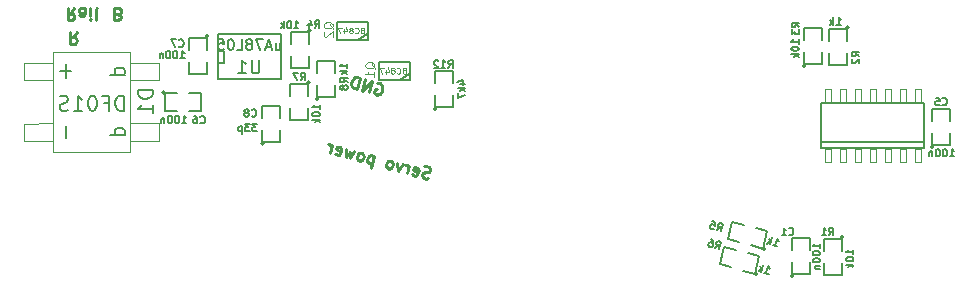
<source format=gbr>
%FSLAX46Y46*%
G04 Gerber Fmt 4.6, Leading zero omitted, Abs format (unit mm)*
G04 Created by KiCad (PCBNEW (2014-jul-16 BZR unknown)-product) date Thu 04 Sep 2014 10:50:04 PM CEST*
%MOMM*%
G01*
G04 APERTURE LIST*
%ADD10C,0.150000*%
%ADD11C,0.250000*%
%ADD12C,0.099060*%
%ADD13C,0.127000*%
%ADD14C,0.066040*%
%ADD15C,0.152400*%
%ADD16C,0.076200*%
G04 APERTURE END LIST*
D10*
D11*
X108911429Y-100901429D02*
X109054286Y-100853810D01*
X109101905Y-100806190D01*
X109149524Y-100710952D01*
X109149524Y-100568095D01*
X109101905Y-100472857D01*
X109054286Y-100425238D01*
X108959048Y-100377619D01*
X108578095Y-100377619D01*
X108578095Y-101377619D01*
X108911429Y-101377619D01*
X109006667Y-101330000D01*
X109054286Y-101282381D01*
X109101905Y-101187143D01*
X109101905Y-101091905D01*
X109054286Y-100996667D01*
X109006667Y-100949048D01*
X108911429Y-100901429D01*
X108578095Y-100901429D01*
X105399524Y-102377619D02*
X105066190Y-102853810D01*
X104828095Y-102377619D02*
X104828095Y-103377619D01*
X105209048Y-103377619D01*
X105304286Y-103330000D01*
X105351905Y-103282381D01*
X105399524Y-103187143D01*
X105399524Y-103044286D01*
X105351905Y-102949048D01*
X105304286Y-102901429D01*
X105209048Y-102853810D01*
X104828095Y-102853810D01*
X130815352Y-106714232D02*
X130919670Y-106692885D01*
X131057659Y-106729859D01*
X131183325Y-106812830D01*
X131250668Y-106929472D01*
X131272015Y-107033790D01*
X131268713Y-107230100D01*
X131231738Y-107368091D01*
X131136443Y-107539752D01*
X131065797Y-107619420D01*
X130949155Y-107686763D01*
X130798840Y-107695785D01*
X130706847Y-107671136D01*
X130581183Y-107588165D01*
X130547511Y-107529844D01*
X130633784Y-107207869D01*
X130817770Y-107257168D01*
X130108894Y-107510915D02*
X130367713Y-106544989D01*
X129556936Y-107363018D01*
X129815755Y-106397092D01*
X129096971Y-107239771D02*
X129355791Y-106273845D01*
X129125808Y-106212222D01*
X128975493Y-106221244D01*
X128858851Y-106288587D01*
X128788205Y-106368255D01*
X128692910Y-106539916D01*
X128655936Y-106677906D01*
X128652633Y-106874217D01*
X128673980Y-106978534D01*
X128741324Y-107095177D01*
X128866989Y-107178147D01*
X129096971Y-107239771D01*
X135139914Y-114791007D02*
X134989600Y-114800029D01*
X134759617Y-114738405D01*
X134679949Y-114667759D01*
X134646277Y-114609438D01*
X134624930Y-114505121D01*
X134649580Y-114413128D01*
X134720226Y-114333460D01*
X134778547Y-114299788D01*
X134882864Y-114278440D01*
X135079176Y-114281743D01*
X135183493Y-114260396D01*
X135241815Y-114226724D01*
X135312460Y-114147056D01*
X135337110Y-114055063D01*
X135315763Y-113950745D01*
X135282091Y-113892424D01*
X135202423Y-113821778D01*
X134972440Y-113760155D01*
X134822126Y-113769177D01*
X133806016Y-114433590D02*
X133885684Y-114504236D01*
X134069671Y-114553535D01*
X134173988Y-114532188D01*
X134244634Y-114452519D01*
X134343232Y-114084547D01*
X134321885Y-113980230D01*
X134242217Y-113909584D01*
X134058230Y-113860285D01*
X133953913Y-113881632D01*
X133883267Y-113961300D01*
X133858617Y-114053294D01*
X134293933Y-114268534D01*
X133333727Y-114356339D02*
X133506273Y-113712388D01*
X133456974Y-113896374D02*
X133435627Y-113792056D01*
X133401956Y-113733735D01*
X133322288Y-113663089D01*
X133230294Y-113638440D01*
X133000312Y-113576816D02*
X132597783Y-114159144D01*
X132540346Y-113453569D01*
X131861840Y-113961948D02*
X131966157Y-113940601D01*
X132024478Y-113906929D01*
X132095124Y-113827261D01*
X132169073Y-113551282D01*
X132147726Y-113446964D01*
X132114054Y-113388643D01*
X132034386Y-113317997D01*
X131896396Y-113281023D01*
X131792078Y-113302370D01*
X131733757Y-113336042D01*
X131663111Y-113415710D01*
X131589163Y-113691689D01*
X131610510Y-113796007D01*
X131644181Y-113854328D01*
X131723849Y-113924974D01*
X131861840Y-113961948D01*
X130562498Y-112923606D02*
X130303679Y-113889532D01*
X130550174Y-112969603D02*
X130470506Y-112898957D01*
X130286519Y-112849658D01*
X130182201Y-112871005D01*
X130123880Y-112904676D01*
X130053234Y-112984344D01*
X129979286Y-113260324D01*
X130000633Y-113364642D01*
X130034305Y-113422963D01*
X130113973Y-113493608D01*
X130297959Y-113542908D01*
X130402277Y-113521561D01*
X129378030Y-113296413D02*
X129482348Y-113275066D01*
X129540669Y-113241394D01*
X129611315Y-113161726D01*
X129685263Y-112885747D01*
X129663916Y-112781429D01*
X129630244Y-112723108D01*
X129550576Y-112652462D01*
X129412586Y-112615488D01*
X129308268Y-112636835D01*
X129249947Y-112670507D01*
X129179301Y-112750175D01*
X129105353Y-113026154D01*
X129126700Y-113130472D01*
X129160372Y-113188793D01*
X129240040Y-113259439D01*
X129378030Y-113296413D01*
X128906625Y-112479916D02*
X128550093Y-113074568D01*
X128489354Y-112565304D01*
X128182121Y-112975970D01*
X128170682Y-112282721D01*
X127274516Y-112683480D02*
X127354185Y-112754125D01*
X127538171Y-112803425D01*
X127642489Y-112782078D01*
X127713135Y-112702409D01*
X127811732Y-112334437D01*
X127790385Y-112230119D01*
X127710717Y-112159474D01*
X127526731Y-112110175D01*
X127422413Y-112131522D01*
X127351767Y-112211190D01*
X127327118Y-112303184D01*
X127762433Y-112518424D01*
X126802227Y-112606229D02*
X126974774Y-111962278D01*
X126925475Y-112146264D02*
X126904128Y-112041946D01*
X126870456Y-111983625D01*
X126790788Y-111912979D01*
X126698794Y-111888330D01*
X105197143Y-100377619D02*
X104863809Y-100853810D01*
X104625714Y-100377619D02*
X104625714Y-101377619D01*
X105006667Y-101377619D01*
X105101905Y-101330000D01*
X105149524Y-101282381D01*
X105197143Y-101187143D01*
X105197143Y-101044286D01*
X105149524Y-100949048D01*
X105101905Y-100901429D01*
X105006667Y-100853810D01*
X104625714Y-100853810D01*
X106054286Y-100377619D02*
X106054286Y-100901429D01*
X106006667Y-100996667D01*
X105911429Y-101044286D01*
X105720952Y-101044286D01*
X105625714Y-100996667D01*
X106054286Y-100425238D02*
X105959048Y-100377619D01*
X105720952Y-100377619D01*
X105625714Y-100425238D01*
X105578095Y-100520476D01*
X105578095Y-100615714D01*
X105625714Y-100710952D01*
X105720952Y-100758571D01*
X105959048Y-100758571D01*
X106054286Y-100806190D01*
X106530476Y-100377619D02*
X106530476Y-101044286D01*
X106530476Y-101377619D02*
X106482857Y-101330000D01*
X106530476Y-101282381D01*
X106578095Y-101330000D01*
X106530476Y-101377619D01*
X106530476Y-101282381D01*
X107149523Y-100377619D02*
X107054285Y-100425238D01*
X107006666Y-100520476D01*
X107006666Y-101377619D01*
D12*
X109871200Y-106501680D02*
X112319760Y-106501680D01*
X112319760Y-106450880D02*
X112319760Y-105000540D01*
X112319760Y-105000540D02*
X109871200Y-105000540D01*
X109871200Y-111599460D02*
X112319760Y-111599460D01*
X112319760Y-111599460D02*
X112319760Y-110100860D01*
X112319760Y-110100860D02*
X109871200Y-110100860D01*
X103320540Y-110100860D02*
X100920240Y-110149120D01*
X100920240Y-110149120D02*
X100920240Y-111599460D01*
X100920240Y-111599460D02*
X103320540Y-111599460D01*
X103368800Y-106499140D02*
X100920240Y-106499140D01*
X100920240Y-106499140D02*
X100920240Y-105000540D01*
X100920240Y-105000540D02*
X103320540Y-105000540D01*
X109871200Y-104050580D02*
X109871200Y-112549420D01*
X109871200Y-112549420D02*
X103368800Y-112549420D01*
X103368800Y-112549420D02*
X103368800Y-104050580D01*
X103368800Y-104050580D02*
X109871200Y-104050580D01*
D13*
X132758000Y-106452000D02*
X133520000Y-105944000D01*
X130980000Y-106452000D02*
X133583500Y-106452000D01*
X133583500Y-106452000D02*
X133583500Y-104928000D01*
X133583500Y-104928000D02*
X130980000Y-104928000D01*
X130980000Y-104928000D02*
X130980000Y-106452000D01*
X129218000Y-103052000D02*
X129980000Y-102544000D01*
X127440000Y-103052000D02*
X130043500Y-103052000D01*
X130043500Y-103052000D02*
X130043500Y-101528000D01*
X130043500Y-101528000D02*
X127440000Y-101528000D01*
X127440000Y-101528000D02*
X127440000Y-103052000D01*
X117323000Y-102722000D02*
X117323000Y-102595000D01*
X117323000Y-102595000D02*
X122657000Y-102595000D01*
X122657000Y-106405000D02*
X117323000Y-106405000D01*
X117323000Y-106405000D02*
X117323000Y-102722000D01*
X117323000Y-105008000D02*
X117831000Y-105008000D01*
X117831000Y-105008000D02*
X117831000Y-103992000D01*
X117831000Y-103992000D02*
X117323000Y-103992000D01*
X122657000Y-106405000D02*
X122657000Y-102595000D01*
X125885000Y-108051000D02*
G75*
G03X125885000Y-108051000I-127000J0D01*
G74*
G01*
X125758000Y-106908000D02*
X125758000Y-107924000D01*
X125758000Y-107924000D02*
X127282000Y-107924000D01*
X127282000Y-107924000D02*
X127282000Y-106908000D01*
X127282000Y-105892000D02*
X127282000Y-104876000D01*
X127282000Y-104876000D02*
X125758000Y-104876000D01*
X125758000Y-104876000D02*
X125758000Y-105892000D01*
X125119000Y-106659000D02*
G75*
G03X125119000Y-106659000I-127000J0D01*
G74*
G01*
X124992000Y-107802000D02*
X124992000Y-106786000D01*
X124992000Y-106786000D02*
X123468000Y-106786000D01*
X123468000Y-106786000D02*
X123468000Y-107802000D01*
X123468000Y-108818000D02*
X123468000Y-109834000D01*
X123468000Y-109834000D02*
X124992000Y-109834000D01*
X124992000Y-109834000D02*
X124992000Y-108818000D01*
X135835000Y-108901000D02*
G75*
G03X135835000Y-108901000I-127000J0D01*
G74*
G01*
X135708000Y-107758000D02*
X135708000Y-108774000D01*
X135708000Y-108774000D02*
X137232000Y-108774000D01*
X137232000Y-108774000D02*
X137232000Y-107758000D01*
X137232000Y-106742000D02*
X137232000Y-105726000D01*
X137232000Y-105726000D02*
X135708000Y-105726000D01*
X135708000Y-105726000D02*
X135708000Y-106742000D01*
X163034523Y-122893346D02*
G75*
G03X163034523Y-122893346I-127000J0D01*
G74*
G01*
X161803470Y-122597516D02*
X162784851Y-122860476D01*
X162784851Y-122860476D02*
X163179291Y-121388405D01*
X163179291Y-121388405D02*
X162197910Y-121125445D01*
X161216530Y-120862484D02*
X160235149Y-120599524D01*
X160235149Y-120599524D02*
X159840709Y-122071595D01*
X159840709Y-122071595D02*
X160822090Y-122334555D01*
X163714523Y-120763346D02*
G75*
G03X163714523Y-120763346I-127000J0D01*
G74*
G01*
X162483470Y-120467516D02*
X163464851Y-120730476D01*
X163464851Y-120730476D02*
X163859291Y-119258405D01*
X163859291Y-119258405D02*
X162877910Y-118995445D01*
X161896530Y-118732484D02*
X160915149Y-118469524D01*
X160915149Y-118469524D02*
X160520709Y-119941595D01*
X160520709Y-119941595D02*
X161502090Y-120204555D01*
X167115000Y-105271000D02*
G75*
G03X167115000Y-105271000I-127000J0D01*
G74*
G01*
X166988000Y-104128000D02*
X166988000Y-105144000D01*
X166988000Y-105144000D02*
X168512000Y-105144000D01*
X168512000Y-105144000D02*
X168512000Y-104128000D01*
X168512000Y-103112000D02*
X168512000Y-102096000D01*
X168512000Y-102096000D02*
X166988000Y-102096000D01*
X166988000Y-102096000D02*
X166988000Y-103112000D01*
X170779000Y-101989000D02*
G75*
G03X170779000Y-101989000I-127000J0D01*
G74*
G01*
X170652000Y-103132000D02*
X170652000Y-102116000D01*
X170652000Y-102116000D02*
X169128000Y-102116000D01*
X169128000Y-102116000D02*
X169128000Y-103132000D01*
X169128000Y-104148000D02*
X169128000Y-105164000D01*
X169128000Y-105164000D02*
X170652000Y-105164000D01*
X170652000Y-105164000D02*
X170652000Y-104148000D01*
X116579000Y-102749000D02*
G75*
G03X116579000Y-102749000I-127000J0D01*
G74*
G01*
X116452000Y-103892000D02*
X116452000Y-102876000D01*
X116452000Y-102876000D02*
X114928000Y-102876000D01*
X114928000Y-102876000D02*
X114928000Y-103892000D01*
X114928000Y-104908000D02*
X114928000Y-105924000D01*
X114928000Y-105924000D02*
X116452000Y-105924000D01*
X116452000Y-105924000D02*
X116452000Y-104908000D01*
X112866000Y-107538000D02*
G75*
G03X112866000Y-107538000I-127000J0D01*
G74*
G01*
X113882000Y-107538000D02*
X112866000Y-107538000D01*
X112866000Y-107538000D02*
X112866000Y-109062000D01*
X112866000Y-109062000D02*
X113882000Y-109062000D01*
X114898000Y-109062000D02*
X115914000Y-109062000D01*
X115914000Y-109062000D02*
X115914000Y-107538000D01*
X115914000Y-107538000D02*
X114898000Y-107538000D01*
X177935000Y-112101000D02*
G75*
G03X177935000Y-112101000I-127000J0D01*
G74*
G01*
X177808000Y-110958000D02*
X177808000Y-111974000D01*
X177808000Y-111974000D02*
X179332000Y-111974000D01*
X179332000Y-111974000D02*
X179332000Y-110958000D01*
X179332000Y-109942000D02*
X179332000Y-108926000D01*
X179332000Y-108926000D02*
X177808000Y-108926000D01*
X177808000Y-108926000D02*
X177808000Y-109942000D01*
X166055000Y-123051000D02*
G75*
G03X166055000Y-123051000I-127000J0D01*
G74*
G01*
X165928000Y-121908000D02*
X165928000Y-122924000D01*
X165928000Y-122924000D02*
X167452000Y-122924000D01*
X167452000Y-122924000D02*
X167452000Y-121908000D01*
X167452000Y-120892000D02*
X167452000Y-119876000D01*
X167452000Y-119876000D02*
X165928000Y-119876000D01*
X165928000Y-119876000D02*
X165928000Y-120892000D01*
X170299000Y-119769000D02*
G75*
G03X170299000Y-119769000I-127000J0D01*
G74*
G01*
X170172000Y-120912000D02*
X170172000Y-119896000D01*
X170172000Y-119896000D02*
X168648000Y-119896000D01*
X168648000Y-119896000D02*
X168648000Y-120912000D01*
X168648000Y-121928000D02*
X168648000Y-122944000D01*
X168648000Y-122944000D02*
X170172000Y-122944000D01*
X170172000Y-122944000D02*
X170172000Y-121928000D01*
X125199000Y-102259000D02*
G75*
G03X125199000Y-102259000I-127000J0D01*
G74*
G01*
X125072000Y-103402000D02*
X125072000Y-102386000D01*
X125072000Y-102386000D02*
X123548000Y-102386000D01*
X123548000Y-102386000D02*
X123548000Y-103402000D01*
X123548000Y-104418000D02*
X123548000Y-105434000D01*
X123548000Y-105434000D02*
X125072000Y-105434000D01*
X125072000Y-105434000D02*
X125072000Y-104418000D01*
X121235000Y-111861000D02*
G75*
G03X121235000Y-111861000I-127000J0D01*
G74*
G01*
X121108000Y-110718000D02*
X121108000Y-111734000D01*
X121108000Y-111734000D02*
X122632000Y-111734000D01*
X122632000Y-111734000D02*
X122632000Y-110718000D01*
X122632000Y-109702000D02*
X122632000Y-108686000D01*
X122632000Y-108686000D02*
X121108000Y-108686000D01*
X121108000Y-108686000D02*
X121108000Y-109702000D01*
D14*
X176858840Y-113438800D02*
X176368620Y-113438800D01*
X176368620Y-113438800D02*
X176368620Y-112338980D01*
X176858840Y-112338980D02*
X176368620Y-112338980D01*
X176858840Y-113438800D02*
X176858840Y-112338980D01*
X175588840Y-113438800D02*
X175098620Y-113438800D01*
X175098620Y-113438800D02*
X175098620Y-112338980D01*
X175588840Y-112338980D02*
X175098620Y-112338980D01*
X175588840Y-113438800D02*
X175588840Y-112338980D01*
X174318840Y-113438800D02*
X173828620Y-113438800D01*
X173828620Y-113438800D02*
X173828620Y-112338980D01*
X174318840Y-112338980D02*
X173828620Y-112338980D01*
X174318840Y-113438800D02*
X174318840Y-112338980D01*
X173048840Y-113438800D02*
X172558620Y-113438800D01*
X172558620Y-113438800D02*
X172558620Y-112338980D01*
X173048840Y-112338980D02*
X172558620Y-112338980D01*
X173048840Y-113438800D02*
X173048840Y-112338980D01*
X170511380Y-108341020D02*
X170021160Y-108341020D01*
X170021160Y-108341020D02*
X170021160Y-107241200D01*
X170511380Y-107241200D02*
X170021160Y-107241200D01*
X170511380Y-108341020D02*
X170511380Y-107241200D01*
X171781380Y-108341020D02*
X171291160Y-108341020D01*
X171291160Y-108341020D02*
X171291160Y-107241200D01*
X171781380Y-107241200D02*
X171291160Y-107241200D01*
X171781380Y-108341020D02*
X171781380Y-107241200D01*
X173048840Y-108341020D02*
X172558620Y-108341020D01*
X172558620Y-108341020D02*
X172558620Y-107241200D01*
X173048840Y-107241200D02*
X172558620Y-107241200D01*
X173048840Y-108341020D02*
X173048840Y-107241200D01*
X174318840Y-108341020D02*
X173828620Y-108341020D01*
X173828620Y-108341020D02*
X173828620Y-107241200D01*
X174318840Y-107241200D02*
X173828620Y-107241200D01*
X174318840Y-108341020D02*
X174318840Y-107241200D01*
X171781380Y-113438800D02*
X171291160Y-113438800D01*
X171291160Y-113438800D02*
X171291160Y-112338980D01*
X171781380Y-112338980D02*
X171291160Y-112338980D01*
X171781380Y-113438800D02*
X171781380Y-112338980D01*
X170511380Y-113438800D02*
X170021160Y-113438800D01*
X170021160Y-113438800D02*
X170021160Y-112338980D01*
X170511380Y-112338980D02*
X170021160Y-112338980D01*
X170511380Y-113438800D02*
X170511380Y-112338980D01*
X169241380Y-113438800D02*
X168751160Y-113438800D01*
X168751160Y-113438800D02*
X168751160Y-112338980D01*
X169241380Y-112338980D02*
X168751160Y-112338980D01*
X169241380Y-113438800D02*
X169241380Y-112338980D01*
X169241380Y-108341020D02*
X168751160Y-108341020D01*
X168751160Y-108341020D02*
X168751160Y-107241200D01*
X169241380Y-107241200D02*
X168751160Y-107241200D01*
X169241380Y-108341020D02*
X169241380Y-107241200D01*
X175588840Y-108341020D02*
X175098620Y-108341020D01*
X175098620Y-108341020D02*
X175098620Y-107241200D01*
X175588840Y-107241200D02*
X175098620Y-107241200D01*
X175588840Y-108341020D02*
X175588840Y-107241200D01*
X176858840Y-108341020D02*
X176368620Y-108341020D01*
X176368620Y-108341020D02*
X176368620Y-107241200D01*
X176858840Y-107241200D02*
X176368620Y-107241200D01*
X176858840Y-108341020D02*
X176858840Y-107241200D01*
D15*
X168432240Y-112239920D02*
X177107760Y-112239920D01*
X177107760Y-112239920D02*
X177107760Y-111739540D01*
X177107760Y-111739540D02*
X177107760Y-108440080D01*
X177107760Y-108440080D02*
X168432240Y-108440080D01*
X168432240Y-111739540D02*
X177107760Y-111739540D01*
X168432240Y-108440080D02*
X168432240Y-111739540D01*
X168432240Y-111739540D02*
X168432240Y-112239920D01*
X111834524Y-107332619D02*
X110564524Y-107332619D01*
X110564524Y-107635000D01*
X110625000Y-107816428D01*
X110745952Y-107937381D01*
X110866905Y-107997857D01*
X111108810Y-108058333D01*
X111290238Y-108058333D01*
X111532143Y-107997857D01*
X111653095Y-107937381D01*
X111774048Y-107816428D01*
X111834524Y-107635000D01*
X111834524Y-107332619D01*
X111834524Y-109267857D02*
X111834524Y-108542143D01*
X111834524Y-108905000D02*
X110564524Y-108905000D01*
X110745952Y-108784048D01*
X110866905Y-108663095D01*
X110927381Y-108542143D01*
X109381190Y-109064524D02*
X109381190Y-107794524D01*
X109078809Y-107794524D01*
X108897381Y-107855000D01*
X108776428Y-107975952D01*
X108715952Y-108096905D01*
X108655476Y-108338810D01*
X108655476Y-108520238D01*
X108715952Y-108762143D01*
X108776428Y-108883095D01*
X108897381Y-109004048D01*
X109078809Y-109064524D01*
X109381190Y-109064524D01*
X107687857Y-108399286D02*
X108111190Y-108399286D01*
X108111190Y-109064524D02*
X108111190Y-107794524D01*
X107506428Y-107794524D01*
X106780714Y-107794524D02*
X106659762Y-107794524D01*
X106538810Y-107855000D01*
X106478333Y-107915476D01*
X106417857Y-108036429D01*
X106357381Y-108278333D01*
X106357381Y-108580714D01*
X106417857Y-108822619D01*
X106478333Y-108943571D01*
X106538810Y-109004048D01*
X106659762Y-109064524D01*
X106780714Y-109064524D01*
X106901667Y-109004048D01*
X106962143Y-108943571D01*
X107022619Y-108822619D01*
X107083095Y-108580714D01*
X107083095Y-108278333D01*
X107022619Y-108036429D01*
X106962143Y-107915476D01*
X106901667Y-107855000D01*
X106780714Y-107794524D01*
X105147857Y-109064524D02*
X105873571Y-109064524D01*
X105510714Y-109064524D02*
X105510714Y-107794524D01*
X105631666Y-107975952D01*
X105752619Y-108096905D01*
X105873571Y-108157381D01*
X104664047Y-109004048D02*
X104482619Y-109064524D01*
X104180238Y-109064524D01*
X104059285Y-109004048D01*
X103998809Y-108943571D01*
X103938333Y-108822619D01*
X103938333Y-108701667D01*
X103998809Y-108580714D01*
X104059285Y-108520238D01*
X104180238Y-108459762D01*
X104422142Y-108399286D01*
X104543095Y-108338810D01*
X104603571Y-108278333D01*
X104664047Y-108157381D01*
X104664047Y-108036429D01*
X104603571Y-107915476D01*
X104543095Y-107855000D01*
X104422142Y-107794524D01*
X104119762Y-107794524D01*
X103938333Y-107855000D01*
X109444964Y-111122303D02*
X108174964Y-111122303D01*
X109384488Y-111122303D02*
X109444964Y-111001350D01*
X109444964Y-110759446D01*
X109384488Y-110638493D01*
X109324011Y-110578017D01*
X109203059Y-110517541D01*
X108840202Y-110517541D01*
X108719250Y-110578017D01*
X108658773Y-110638493D01*
X108598297Y-110759446D01*
X108598297Y-111001350D01*
X108658773Y-111122303D01*
X109444964Y-106021983D02*
X108174964Y-106021983D01*
X109384488Y-106021983D02*
X109444964Y-105901030D01*
X109444964Y-105659126D01*
X109384488Y-105538173D01*
X109324011Y-105477697D01*
X109203059Y-105417221D01*
X108840202Y-105417221D01*
X108719250Y-105477697D01*
X108658773Y-105538173D01*
X108598297Y-105659126D01*
X108598297Y-105901030D01*
X108658773Y-106021983D01*
X104460714Y-105119429D02*
X104460714Y-106280572D01*
X104944524Y-105700001D02*
X103976905Y-105700001D01*
X104460714Y-110366191D02*
X104460714Y-111333810D01*
D16*
X130668306Y-105518369D02*
X130632020Y-105445797D01*
X130559449Y-105373226D01*
X130450591Y-105264369D01*
X130414306Y-105191797D01*
X130414306Y-105119226D01*
X130595734Y-105155511D02*
X130559449Y-105082940D01*
X130486877Y-105010369D01*
X130341734Y-104974083D01*
X130087734Y-104974083D01*
X129942591Y-105010369D01*
X129870020Y-105082940D01*
X129833734Y-105155511D01*
X129833734Y-105300654D01*
X129870020Y-105373226D01*
X129942591Y-105445797D01*
X130087734Y-105482083D01*
X130341734Y-105482083D01*
X130486877Y-105445797D01*
X130559449Y-105373226D01*
X130595734Y-105300654D01*
X130595734Y-105155511D01*
X130595734Y-106207797D02*
X130595734Y-105772369D01*
X130595734Y-105990083D02*
X129833734Y-105990083D01*
X129942591Y-105917512D01*
X130015163Y-105844940D01*
X130051449Y-105772369D01*
X133115777Y-105654259D02*
X133044294Y-105678086D01*
X133020466Y-105701914D01*
X132996638Y-105749569D01*
X132996638Y-105821052D01*
X133020466Y-105868707D01*
X133044294Y-105892535D01*
X133091949Y-105916362D01*
X133282570Y-105916362D01*
X133282570Y-105415982D01*
X133115777Y-105415982D01*
X133068121Y-105439810D01*
X133044294Y-105463638D01*
X133020466Y-105511293D01*
X133020466Y-105558948D01*
X133044294Y-105606603D01*
X133068121Y-105630431D01*
X133115777Y-105654259D01*
X133282570Y-105654259D01*
X132496258Y-105868707D02*
X132520086Y-105892535D01*
X132591569Y-105916362D01*
X132639224Y-105916362D01*
X132710707Y-105892535D01*
X132758362Y-105844880D01*
X132782190Y-105797224D01*
X132806018Y-105701914D01*
X132806018Y-105630431D01*
X132782190Y-105535120D01*
X132758362Y-105487465D01*
X132710707Y-105439810D01*
X132639224Y-105415982D01*
X132591569Y-105415982D01*
X132520086Y-105439810D01*
X132496258Y-105463638D01*
X132210327Y-105630431D02*
X132257982Y-105606603D01*
X132281810Y-105582776D01*
X132305638Y-105535120D01*
X132305638Y-105511293D01*
X132281810Y-105463638D01*
X132257982Y-105439810D01*
X132210327Y-105415982D01*
X132115017Y-105415982D01*
X132067361Y-105439810D01*
X132043534Y-105463638D01*
X132019706Y-105511293D01*
X132019706Y-105535120D01*
X132043534Y-105582776D01*
X132067361Y-105606603D01*
X132115017Y-105630431D01*
X132210327Y-105630431D01*
X132257982Y-105654259D01*
X132281810Y-105678086D01*
X132305638Y-105725741D01*
X132305638Y-105821052D01*
X132281810Y-105868707D01*
X132257982Y-105892535D01*
X132210327Y-105916362D01*
X132115017Y-105916362D01*
X132067361Y-105892535D01*
X132043534Y-105868707D01*
X132019706Y-105821052D01*
X132019706Y-105725741D01*
X132043534Y-105678086D01*
X132067361Y-105654259D01*
X132115017Y-105630431D01*
X131590809Y-105582776D02*
X131590809Y-105916362D01*
X131709947Y-105392155D02*
X131829086Y-105749569D01*
X131519326Y-105749569D01*
X131376361Y-105415982D02*
X131042774Y-105415982D01*
X131257223Y-105916362D01*
X127128306Y-102118369D02*
X127092020Y-102045797D01*
X127019449Y-101973226D01*
X126910591Y-101864369D01*
X126874306Y-101791797D01*
X126874306Y-101719226D01*
X127055734Y-101755511D02*
X127019449Y-101682940D01*
X126946877Y-101610369D01*
X126801734Y-101574083D01*
X126547734Y-101574083D01*
X126402591Y-101610369D01*
X126330020Y-101682940D01*
X126293734Y-101755511D01*
X126293734Y-101900654D01*
X126330020Y-101973226D01*
X126402591Y-102045797D01*
X126547734Y-102082083D01*
X126801734Y-102082083D01*
X126946877Y-102045797D01*
X127019449Y-101973226D01*
X127055734Y-101900654D01*
X127055734Y-101755511D01*
X126366306Y-102372369D02*
X126330020Y-102408655D01*
X126293734Y-102481226D01*
X126293734Y-102662655D01*
X126330020Y-102735226D01*
X126366306Y-102771512D01*
X126438877Y-102807797D01*
X126511449Y-102807797D01*
X126620306Y-102771512D01*
X127055734Y-102336083D01*
X127055734Y-102807797D01*
X129575777Y-102254259D02*
X129504294Y-102278086D01*
X129480466Y-102301914D01*
X129456638Y-102349569D01*
X129456638Y-102421052D01*
X129480466Y-102468707D01*
X129504294Y-102492535D01*
X129551949Y-102516362D01*
X129742570Y-102516362D01*
X129742570Y-102015982D01*
X129575777Y-102015982D01*
X129528121Y-102039810D01*
X129504294Y-102063638D01*
X129480466Y-102111293D01*
X129480466Y-102158948D01*
X129504294Y-102206603D01*
X129528121Y-102230431D01*
X129575777Y-102254259D01*
X129742570Y-102254259D01*
X128956258Y-102468707D02*
X128980086Y-102492535D01*
X129051569Y-102516362D01*
X129099224Y-102516362D01*
X129170707Y-102492535D01*
X129218362Y-102444880D01*
X129242190Y-102397224D01*
X129266018Y-102301914D01*
X129266018Y-102230431D01*
X129242190Y-102135120D01*
X129218362Y-102087465D01*
X129170707Y-102039810D01*
X129099224Y-102015982D01*
X129051569Y-102015982D01*
X128980086Y-102039810D01*
X128956258Y-102063638D01*
X128670327Y-102230431D02*
X128717982Y-102206603D01*
X128741810Y-102182776D01*
X128765638Y-102135120D01*
X128765638Y-102111293D01*
X128741810Y-102063638D01*
X128717982Y-102039810D01*
X128670327Y-102015982D01*
X128575017Y-102015982D01*
X128527361Y-102039810D01*
X128503534Y-102063638D01*
X128479706Y-102111293D01*
X128479706Y-102135120D01*
X128503534Y-102182776D01*
X128527361Y-102206603D01*
X128575017Y-102230431D01*
X128670327Y-102230431D01*
X128717982Y-102254259D01*
X128741810Y-102278086D01*
X128765638Y-102325741D01*
X128765638Y-102421052D01*
X128741810Y-102468707D01*
X128717982Y-102492535D01*
X128670327Y-102516362D01*
X128575017Y-102516362D01*
X128527361Y-102492535D01*
X128503534Y-102468707D01*
X128479706Y-102421052D01*
X128479706Y-102325741D01*
X128503534Y-102278086D01*
X128527361Y-102254259D01*
X128575017Y-102230431D01*
X128050809Y-102182776D02*
X128050809Y-102516362D01*
X128169947Y-101992155D02*
X128289086Y-102349569D01*
X127979326Y-102349569D01*
X127836361Y-102015982D02*
X127502774Y-102015982D01*
X127717223Y-102516362D01*
D15*
X120860857Y-104763071D02*
X120860857Y-105688357D01*
X120806429Y-105797214D01*
X120752000Y-105851643D01*
X120643143Y-105906071D01*
X120425429Y-105906071D01*
X120316571Y-105851643D01*
X120262143Y-105797214D01*
X120207714Y-105688357D01*
X120207714Y-104763071D01*
X119064714Y-105906071D02*
X119717857Y-105906071D01*
X119391285Y-105906071D02*
X119391285Y-104763071D01*
X119500142Y-104926357D01*
X119609000Y-105035214D01*
X119717857Y-105089643D01*
X122233667Y-103293500D02*
X122233667Y-103886167D01*
X122614667Y-103293500D02*
X122614667Y-103759167D01*
X122572334Y-103843833D01*
X122487667Y-103886167D01*
X122360667Y-103886167D01*
X122276001Y-103843833D01*
X122233667Y-103801500D01*
X121852668Y-103632167D02*
X121429334Y-103632167D01*
X121937334Y-103886167D02*
X121641001Y-102997167D01*
X121344668Y-103886167D01*
X121133001Y-102997167D02*
X120540334Y-102997167D01*
X120921334Y-103886167D01*
X120074667Y-103378167D02*
X120159334Y-103335833D01*
X120201667Y-103293500D01*
X120244001Y-103208833D01*
X120244001Y-103166500D01*
X120201667Y-103081833D01*
X120159334Y-103039500D01*
X120074667Y-102997167D01*
X119905334Y-102997167D01*
X119820667Y-103039500D01*
X119778334Y-103081833D01*
X119736001Y-103166500D01*
X119736001Y-103208833D01*
X119778334Y-103293500D01*
X119820667Y-103335833D01*
X119905334Y-103378167D01*
X120074667Y-103378167D01*
X120159334Y-103420500D01*
X120201667Y-103462833D01*
X120244001Y-103547500D01*
X120244001Y-103716833D01*
X120201667Y-103801500D01*
X120159334Y-103843833D01*
X120074667Y-103886167D01*
X119905334Y-103886167D01*
X119820667Y-103843833D01*
X119778334Y-103801500D01*
X119736001Y-103716833D01*
X119736001Y-103547500D01*
X119778334Y-103462833D01*
X119820667Y-103420500D01*
X119905334Y-103378167D01*
X118931667Y-103886167D02*
X119355000Y-103886167D01*
X119355000Y-102997167D01*
X118466000Y-102997167D02*
X118381333Y-102997167D01*
X118296667Y-103039500D01*
X118254333Y-103081833D01*
X118212000Y-103166500D01*
X118169667Y-103335833D01*
X118169667Y-103547500D01*
X118212000Y-103716833D01*
X118254333Y-103801500D01*
X118296667Y-103843833D01*
X118381333Y-103886167D01*
X118466000Y-103886167D01*
X118550667Y-103843833D01*
X118593000Y-103801500D01*
X118635333Y-103716833D01*
X118677667Y-103547500D01*
X118677667Y-103335833D01*
X118635333Y-103166500D01*
X118593000Y-103081833D01*
X118550667Y-103039500D01*
X118466000Y-102997167D01*
X117365333Y-102997167D02*
X117788666Y-102997167D01*
X117831000Y-103420500D01*
X117788666Y-103378167D01*
X117704000Y-103335833D01*
X117492333Y-103335833D01*
X117407666Y-103378167D01*
X117365333Y-103420500D01*
X117323000Y-103505167D01*
X117323000Y-103716833D01*
X117365333Y-103801500D01*
X117407666Y-103843833D01*
X117492333Y-103886167D01*
X117704000Y-103886167D01*
X117788666Y-103843833D01*
X117831000Y-103801500D01*
D13*
X128327262Y-106664167D02*
X128024881Y-106452500D01*
X128327262Y-106301309D02*
X127692262Y-106301309D01*
X127692262Y-106543214D01*
X127722500Y-106603690D01*
X127752738Y-106633929D01*
X127813214Y-106664167D01*
X127903929Y-106664167D01*
X127964405Y-106633929D01*
X127994643Y-106603690D01*
X128024881Y-106543214D01*
X128024881Y-106301309D01*
X127964405Y-107027024D02*
X127934167Y-106966548D01*
X127903929Y-106936309D01*
X127843452Y-106906071D01*
X127813214Y-106906071D01*
X127752738Y-106936309D01*
X127722500Y-106966548D01*
X127692262Y-107027024D01*
X127692262Y-107147976D01*
X127722500Y-107208452D01*
X127752738Y-107238690D01*
X127813214Y-107268929D01*
X127843452Y-107268929D01*
X127903929Y-107238690D01*
X127934167Y-107208452D01*
X127964405Y-107147976D01*
X127964405Y-107027024D01*
X127994643Y-106966548D01*
X128024881Y-106936309D01*
X128085357Y-106906071D01*
X128206310Y-106906071D01*
X128266786Y-106936309D01*
X128297024Y-106966548D01*
X128327262Y-107027024D01*
X128327262Y-107147976D01*
X128297024Y-107208452D01*
X128266786Y-107238690D01*
X128206310Y-107268929D01*
X128085357Y-107268929D01*
X128024881Y-107238690D01*
X127994643Y-107208452D01*
X127964405Y-107147976D01*
X128307262Y-105434405D02*
X128307262Y-105071547D01*
X128307262Y-105252976D02*
X127672262Y-105252976D01*
X127762976Y-105192500D01*
X127823452Y-105132024D01*
X127853690Y-105071547D01*
X128307262Y-105706547D02*
X127672262Y-105706547D01*
X128065357Y-105767024D02*
X128307262Y-105948452D01*
X127883929Y-105948452D02*
X128125833Y-105706547D01*
X124365833Y-106467262D02*
X124577500Y-106164881D01*
X124728691Y-106467262D02*
X124728691Y-105832262D01*
X124486786Y-105832262D01*
X124426310Y-105862500D01*
X124396071Y-105892738D01*
X124365833Y-105953214D01*
X124365833Y-106043929D01*
X124396071Y-106104405D01*
X124426310Y-106134643D01*
X124486786Y-106164881D01*
X124728691Y-106164881D01*
X124154167Y-105832262D02*
X123730833Y-105832262D01*
X124002976Y-106467262D01*
X125987262Y-108932024D02*
X125987262Y-108569166D01*
X125987262Y-108750595D02*
X125352262Y-108750595D01*
X125442976Y-108690119D01*
X125503452Y-108629643D01*
X125533690Y-108569166D01*
X125352262Y-109325119D02*
X125352262Y-109385595D01*
X125382500Y-109446071D01*
X125412738Y-109476309D01*
X125473214Y-109506547D01*
X125594167Y-109536786D01*
X125745357Y-109536786D01*
X125866310Y-109506547D01*
X125926786Y-109476309D01*
X125957024Y-109446071D01*
X125987262Y-109385595D01*
X125987262Y-109325119D01*
X125957024Y-109264643D01*
X125926786Y-109234405D01*
X125866310Y-109204166D01*
X125745357Y-109173928D01*
X125594167Y-109173928D01*
X125473214Y-109204166D01*
X125412738Y-109234405D01*
X125382500Y-109264643D01*
X125352262Y-109325119D01*
X125987262Y-109808928D02*
X125352262Y-109808928D01*
X125745357Y-109869405D02*
X125987262Y-110050833D01*
X125563929Y-110050833D02*
X125805833Y-109808928D01*
X136858214Y-105427262D02*
X137069881Y-105124881D01*
X137221072Y-105427262D02*
X137221072Y-104792262D01*
X136979167Y-104792262D01*
X136918691Y-104822500D01*
X136888452Y-104852738D01*
X136858214Y-104913214D01*
X136858214Y-105003929D01*
X136888452Y-105064405D01*
X136918691Y-105094643D01*
X136979167Y-105124881D01*
X137221072Y-105124881D01*
X136253452Y-105427262D02*
X136616310Y-105427262D01*
X136434881Y-105427262D02*
X136434881Y-104792262D01*
X136495357Y-104882976D01*
X136555833Y-104943452D01*
X136616310Y-104973690D01*
X136011548Y-104852738D02*
X135981310Y-104822500D01*
X135920833Y-104792262D01*
X135769643Y-104792262D01*
X135709167Y-104822500D01*
X135678929Y-104852738D01*
X135648690Y-104913214D01*
X135648690Y-104973690D01*
X135678929Y-105064405D01*
X136041786Y-105427262D01*
X135648690Y-105427262D01*
X137873929Y-106801547D02*
X138297262Y-106801547D01*
X137632024Y-106650357D02*
X138085595Y-106499166D01*
X138085595Y-106892262D01*
X138297262Y-107134166D02*
X137662262Y-107134166D01*
X138055357Y-107194643D02*
X138297262Y-107376071D01*
X137873929Y-107376071D02*
X138115833Y-107134166D01*
X137662262Y-107587738D02*
X137662262Y-108011072D01*
X138297262Y-107738929D01*
X159427878Y-120704865D02*
X159710595Y-120467571D01*
X159778372Y-120798780D02*
X159942722Y-120185417D01*
X159709060Y-120122807D01*
X159642818Y-120136363D01*
X159605783Y-120157744D01*
X159560923Y-120208333D01*
X159537445Y-120295957D01*
X159551000Y-120362199D01*
X159572382Y-120399233D01*
X159622972Y-120444093D01*
X159856634Y-120506702D01*
X159066489Y-119950631D02*
X159183320Y-119981936D01*
X159233909Y-120026796D01*
X159255290Y-120063830D01*
X159290228Y-120167105D01*
X159288131Y-120291763D01*
X159225521Y-120525425D01*
X159180661Y-120576015D01*
X159143627Y-120597396D01*
X159077385Y-120610951D01*
X158960554Y-120579646D01*
X158909965Y-120534786D01*
X158888584Y-120497753D01*
X158875027Y-120431511D01*
X158914159Y-120285472D01*
X158959019Y-120234883D01*
X158996053Y-120213501D01*
X159062295Y-120199946D01*
X159179125Y-120231250D01*
X159229715Y-120276110D01*
X159251097Y-120313145D01*
X159264652Y-120379386D01*
X163618670Y-122787039D02*
X163969164Y-122880954D01*
X163793917Y-122833996D02*
X163958267Y-122220634D01*
X163993204Y-122323909D01*
X164035967Y-122397977D01*
X164086557Y-122442837D01*
X163355801Y-122716604D02*
X163520151Y-122103241D01*
X163359995Y-122467289D02*
X163122139Y-122653994D01*
X163231706Y-122245086D02*
X163402759Y-122541357D01*
X159566758Y-119173794D02*
X159849475Y-118936500D01*
X159917252Y-119267709D02*
X160081602Y-118654346D01*
X159847940Y-118591736D01*
X159781698Y-118605292D01*
X159744663Y-118626673D01*
X159699803Y-118677262D01*
X159676325Y-118764886D01*
X159689880Y-118831128D01*
X159711262Y-118868162D01*
X159761852Y-118913022D01*
X159995514Y-118975631D01*
X159176161Y-118411734D02*
X159468239Y-118489996D01*
X159419185Y-118789900D01*
X159397803Y-118752866D01*
X159347213Y-118708006D01*
X159201175Y-118668875D01*
X159134933Y-118682430D01*
X159097899Y-118703812D01*
X159053039Y-118754401D01*
X159013907Y-118900440D01*
X159027464Y-118966682D01*
X159048845Y-119003715D01*
X159099434Y-119048575D01*
X159245473Y-119087706D01*
X159311715Y-119074151D01*
X159348749Y-119052770D01*
X164358670Y-120447039D02*
X164709164Y-120540954D01*
X164533917Y-120493996D02*
X164698267Y-119880634D01*
X164733204Y-119983909D01*
X164775967Y-120057977D01*
X164826557Y-120102837D01*
X164095801Y-120376604D02*
X164260151Y-119763241D01*
X164099995Y-120127289D02*
X163862139Y-120313994D01*
X163971706Y-119905086D02*
X164142759Y-120201357D01*
X166567262Y-101964167D02*
X166264881Y-101752500D01*
X166567262Y-101601309D02*
X165932262Y-101601309D01*
X165932262Y-101843214D01*
X165962500Y-101903690D01*
X165992738Y-101933929D01*
X166053214Y-101964167D01*
X166143929Y-101964167D01*
X166204405Y-101933929D01*
X166234643Y-101903690D01*
X166264881Y-101843214D01*
X166264881Y-101601309D01*
X165932262Y-102175833D02*
X165932262Y-102568929D01*
X166174167Y-102357262D01*
X166174167Y-102447976D01*
X166204405Y-102508452D01*
X166234643Y-102538690D01*
X166295119Y-102568929D01*
X166446310Y-102568929D01*
X166506786Y-102538690D01*
X166537024Y-102508452D01*
X166567262Y-102447976D01*
X166567262Y-102266548D01*
X166537024Y-102206071D01*
X166506786Y-102175833D01*
X166527262Y-103382024D02*
X166527262Y-103019166D01*
X166527262Y-103200595D02*
X165892262Y-103200595D01*
X165982976Y-103140119D01*
X166043452Y-103079643D01*
X166073690Y-103019166D01*
X165892262Y-103775119D02*
X165892262Y-103835595D01*
X165922500Y-103896071D01*
X165952738Y-103926309D01*
X166013214Y-103956547D01*
X166134167Y-103986786D01*
X166285357Y-103986786D01*
X166406310Y-103956547D01*
X166466786Y-103926309D01*
X166497024Y-103896071D01*
X166527262Y-103835595D01*
X166527262Y-103775119D01*
X166497024Y-103714643D01*
X166466786Y-103684405D01*
X166406310Y-103654166D01*
X166285357Y-103623928D01*
X166134167Y-103623928D01*
X166013214Y-103654166D01*
X165952738Y-103684405D01*
X165922500Y-103714643D01*
X165892262Y-103775119D01*
X166527262Y-104258928D02*
X165892262Y-104258928D01*
X166285357Y-104319405D02*
X166527262Y-104500833D01*
X166103929Y-104500833D02*
X166345833Y-104258928D01*
X171637262Y-104454167D02*
X171334881Y-104242500D01*
X171637262Y-104091309D02*
X171002262Y-104091309D01*
X171002262Y-104333214D01*
X171032500Y-104393690D01*
X171062738Y-104423929D01*
X171123214Y-104454167D01*
X171213929Y-104454167D01*
X171274405Y-104423929D01*
X171304643Y-104393690D01*
X171334881Y-104333214D01*
X171334881Y-104091309D01*
X171062738Y-104696071D02*
X171032500Y-104726309D01*
X171002262Y-104786786D01*
X171002262Y-104937976D01*
X171032500Y-104998452D01*
X171062738Y-105028690D01*
X171123214Y-105058929D01*
X171183690Y-105058929D01*
X171274405Y-105028690D01*
X171637262Y-104665833D01*
X171637262Y-105058929D01*
X169715595Y-101797262D02*
X170078453Y-101797262D01*
X169897024Y-101797262D02*
X169897024Y-101162262D01*
X169957500Y-101252976D01*
X170017976Y-101313452D01*
X170078453Y-101343690D01*
X169443453Y-101797262D02*
X169443453Y-101162262D01*
X169382976Y-101555357D02*
X169201548Y-101797262D01*
X169201548Y-101373929D02*
X169443453Y-101615833D01*
X114045833Y-103596786D02*
X114076071Y-103627024D01*
X114166786Y-103657262D01*
X114227262Y-103657262D01*
X114317976Y-103627024D01*
X114378452Y-103566548D01*
X114408691Y-103506071D01*
X114438929Y-103385119D01*
X114438929Y-103294405D01*
X114408691Y-103173452D01*
X114378452Y-103112976D01*
X114317976Y-103052500D01*
X114227262Y-103022262D01*
X114166786Y-103022262D01*
X114076071Y-103052500D01*
X114045833Y-103082738D01*
X113834167Y-103022262D02*
X113410833Y-103022262D01*
X113682976Y-103657262D01*
X114160595Y-104617262D02*
X114523453Y-104617262D01*
X114342024Y-104617262D02*
X114342024Y-103982262D01*
X114402500Y-104072976D01*
X114462976Y-104133452D01*
X114523453Y-104163690D01*
X113767500Y-103982262D02*
X113707024Y-103982262D01*
X113646548Y-104012500D01*
X113616310Y-104042738D01*
X113586072Y-104103214D01*
X113555833Y-104224167D01*
X113555833Y-104375357D01*
X113586072Y-104496310D01*
X113616310Y-104556786D01*
X113646548Y-104587024D01*
X113707024Y-104617262D01*
X113767500Y-104617262D01*
X113827976Y-104587024D01*
X113858214Y-104556786D01*
X113888453Y-104496310D01*
X113918691Y-104375357D01*
X113918691Y-104224167D01*
X113888453Y-104103214D01*
X113858214Y-104042738D01*
X113827976Y-104012500D01*
X113767500Y-103982262D01*
X113162738Y-103982262D02*
X113102262Y-103982262D01*
X113041786Y-104012500D01*
X113011548Y-104042738D01*
X112981310Y-104103214D01*
X112951071Y-104224167D01*
X112951071Y-104375357D01*
X112981310Y-104496310D01*
X113011548Y-104556786D01*
X113041786Y-104587024D01*
X113102262Y-104617262D01*
X113162738Y-104617262D01*
X113223214Y-104587024D01*
X113253452Y-104556786D01*
X113283691Y-104496310D01*
X113313929Y-104375357D01*
X113313929Y-104224167D01*
X113283691Y-104103214D01*
X113253452Y-104042738D01*
X113223214Y-104012500D01*
X113162738Y-103982262D01*
X112678929Y-104193929D02*
X112678929Y-104617262D01*
X112678929Y-104254405D02*
X112648690Y-104224167D01*
X112588214Y-104193929D01*
X112497500Y-104193929D01*
X112437024Y-104224167D01*
X112406786Y-104284643D01*
X112406786Y-104617262D01*
X115855833Y-110066786D02*
X115886071Y-110097024D01*
X115976786Y-110127262D01*
X116037262Y-110127262D01*
X116127976Y-110097024D01*
X116188452Y-110036548D01*
X116218691Y-109976071D01*
X116248929Y-109855119D01*
X116248929Y-109764405D01*
X116218691Y-109643452D01*
X116188452Y-109582976D01*
X116127976Y-109522500D01*
X116037262Y-109492262D01*
X115976786Y-109492262D01*
X115886071Y-109522500D01*
X115855833Y-109552738D01*
X115311548Y-109492262D02*
X115432500Y-109492262D01*
X115492976Y-109522500D01*
X115523214Y-109552738D01*
X115583691Y-109643452D01*
X115613929Y-109764405D01*
X115613929Y-110006310D01*
X115583691Y-110066786D01*
X115553452Y-110097024D01*
X115492976Y-110127262D01*
X115372024Y-110127262D01*
X115311548Y-110097024D01*
X115281310Y-110066786D01*
X115251071Y-110006310D01*
X115251071Y-109855119D01*
X115281310Y-109794643D01*
X115311548Y-109764405D01*
X115372024Y-109734167D01*
X115492976Y-109734167D01*
X115553452Y-109764405D01*
X115583691Y-109794643D01*
X115613929Y-109855119D01*
X114300595Y-110117262D02*
X114663453Y-110117262D01*
X114482024Y-110117262D02*
X114482024Y-109482262D01*
X114542500Y-109572976D01*
X114602976Y-109633452D01*
X114663453Y-109663690D01*
X113907500Y-109482262D02*
X113847024Y-109482262D01*
X113786548Y-109512500D01*
X113756310Y-109542738D01*
X113726072Y-109603214D01*
X113695833Y-109724167D01*
X113695833Y-109875357D01*
X113726072Y-109996310D01*
X113756310Y-110056786D01*
X113786548Y-110087024D01*
X113847024Y-110117262D01*
X113907500Y-110117262D01*
X113967976Y-110087024D01*
X113998214Y-110056786D01*
X114028453Y-109996310D01*
X114058691Y-109875357D01*
X114058691Y-109724167D01*
X114028453Y-109603214D01*
X113998214Y-109542738D01*
X113967976Y-109512500D01*
X113907500Y-109482262D01*
X113302738Y-109482262D02*
X113242262Y-109482262D01*
X113181786Y-109512500D01*
X113151548Y-109542738D01*
X113121310Y-109603214D01*
X113091071Y-109724167D01*
X113091071Y-109875357D01*
X113121310Y-109996310D01*
X113151548Y-110056786D01*
X113181786Y-110087024D01*
X113242262Y-110117262D01*
X113302738Y-110117262D01*
X113363214Y-110087024D01*
X113393452Y-110056786D01*
X113423691Y-109996310D01*
X113453929Y-109875357D01*
X113453929Y-109724167D01*
X113423691Y-109603214D01*
X113393452Y-109542738D01*
X113363214Y-109512500D01*
X113302738Y-109482262D01*
X112818929Y-109693929D02*
X112818929Y-110117262D01*
X112818929Y-109754405D02*
X112788690Y-109724167D01*
X112728214Y-109693929D01*
X112637500Y-109693929D01*
X112577024Y-109724167D01*
X112546786Y-109784643D01*
X112546786Y-110117262D01*
X178685833Y-108536786D02*
X178716071Y-108567024D01*
X178806786Y-108597262D01*
X178867262Y-108597262D01*
X178957976Y-108567024D01*
X179018452Y-108506548D01*
X179048691Y-108446071D01*
X179078929Y-108325119D01*
X179078929Y-108234405D01*
X179048691Y-108113452D01*
X179018452Y-108052976D01*
X178957976Y-107992500D01*
X178867262Y-107962262D01*
X178806786Y-107962262D01*
X178716071Y-107992500D01*
X178685833Y-108022738D01*
X178111310Y-107962262D02*
X178413691Y-107962262D01*
X178443929Y-108264643D01*
X178413691Y-108234405D01*
X178353214Y-108204167D01*
X178202024Y-108204167D01*
X178141548Y-108234405D01*
X178111310Y-108264643D01*
X178081071Y-108325119D01*
X178081071Y-108476310D01*
X178111310Y-108536786D01*
X178141548Y-108567024D01*
X178202024Y-108597262D01*
X178353214Y-108597262D01*
X178413691Y-108567024D01*
X178443929Y-108536786D01*
X179320595Y-112927262D02*
X179683453Y-112927262D01*
X179502024Y-112927262D02*
X179502024Y-112292262D01*
X179562500Y-112382976D01*
X179622976Y-112443452D01*
X179683453Y-112473690D01*
X178927500Y-112292262D02*
X178867024Y-112292262D01*
X178806548Y-112322500D01*
X178776310Y-112352738D01*
X178746072Y-112413214D01*
X178715833Y-112534167D01*
X178715833Y-112685357D01*
X178746072Y-112806310D01*
X178776310Y-112866786D01*
X178806548Y-112897024D01*
X178867024Y-112927262D01*
X178927500Y-112927262D01*
X178987976Y-112897024D01*
X179018214Y-112866786D01*
X179048453Y-112806310D01*
X179078691Y-112685357D01*
X179078691Y-112534167D01*
X179048453Y-112413214D01*
X179018214Y-112352738D01*
X178987976Y-112322500D01*
X178927500Y-112292262D01*
X178322738Y-112292262D02*
X178262262Y-112292262D01*
X178201786Y-112322500D01*
X178171548Y-112352738D01*
X178141310Y-112413214D01*
X178111071Y-112534167D01*
X178111071Y-112685357D01*
X178141310Y-112806310D01*
X178171548Y-112866786D01*
X178201786Y-112897024D01*
X178262262Y-112927262D01*
X178322738Y-112927262D01*
X178383214Y-112897024D01*
X178413452Y-112866786D01*
X178443691Y-112806310D01*
X178473929Y-112685357D01*
X178473929Y-112534167D01*
X178443691Y-112413214D01*
X178413452Y-112352738D01*
X178383214Y-112322500D01*
X178322738Y-112292262D01*
X177838929Y-112503929D02*
X177838929Y-112927262D01*
X177838929Y-112564405D02*
X177808690Y-112534167D01*
X177748214Y-112503929D01*
X177657500Y-112503929D01*
X177597024Y-112534167D01*
X177566786Y-112594643D01*
X177566786Y-112927262D01*
X165675833Y-119546786D02*
X165706071Y-119577024D01*
X165796786Y-119607262D01*
X165857262Y-119607262D01*
X165947976Y-119577024D01*
X166008452Y-119516548D01*
X166038691Y-119456071D01*
X166068929Y-119335119D01*
X166068929Y-119244405D01*
X166038691Y-119123452D01*
X166008452Y-119062976D01*
X165947976Y-119002500D01*
X165857262Y-118972262D01*
X165796786Y-118972262D01*
X165706071Y-119002500D01*
X165675833Y-119032738D01*
X165071071Y-119607262D02*
X165433929Y-119607262D01*
X165252500Y-119607262D02*
X165252500Y-118972262D01*
X165312976Y-119062976D01*
X165373452Y-119123452D01*
X165433929Y-119153690D01*
X168337262Y-120699405D02*
X168337262Y-120336547D01*
X168337262Y-120517976D02*
X167702262Y-120517976D01*
X167792976Y-120457500D01*
X167853452Y-120397024D01*
X167883690Y-120336547D01*
X167702262Y-121092500D02*
X167702262Y-121152976D01*
X167732500Y-121213452D01*
X167762738Y-121243690D01*
X167823214Y-121273928D01*
X167944167Y-121304167D01*
X168095357Y-121304167D01*
X168216310Y-121273928D01*
X168276786Y-121243690D01*
X168307024Y-121213452D01*
X168337262Y-121152976D01*
X168337262Y-121092500D01*
X168307024Y-121032024D01*
X168276786Y-121001786D01*
X168216310Y-120971547D01*
X168095357Y-120941309D01*
X167944167Y-120941309D01*
X167823214Y-120971547D01*
X167762738Y-121001786D01*
X167732500Y-121032024D01*
X167702262Y-121092500D01*
X167702262Y-121697262D02*
X167702262Y-121757738D01*
X167732500Y-121818214D01*
X167762738Y-121848452D01*
X167823214Y-121878690D01*
X167944167Y-121908929D01*
X168095357Y-121908929D01*
X168216310Y-121878690D01*
X168276786Y-121848452D01*
X168307024Y-121818214D01*
X168337262Y-121757738D01*
X168337262Y-121697262D01*
X168307024Y-121636786D01*
X168276786Y-121606548D01*
X168216310Y-121576309D01*
X168095357Y-121546071D01*
X167944167Y-121546071D01*
X167823214Y-121576309D01*
X167762738Y-121606548D01*
X167732500Y-121636786D01*
X167702262Y-121697262D01*
X167913929Y-122181071D02*
X168337262Y-122181071D01*
X167974405Y-122181071D02*
X167944167Y-122211310D01*
X167913929Y-122271786D01*
X167913929Y-122362500D01*
X167944167Y-122422976D01*
X168004643Y-122453214D01*
X168337262Y-122453214D01*
X169075833Y-119607262D02*
X169287500Y-119304881D01*
X169438691Y-119607262D02*
X169438691Y-118972262D01*
X169196786Y-118972262D01*
X169136310Y-119002500D01*
X169106071Y-119032738D01*
X169075833Y-119093214D01*
X169075833Y-119183929D01*
X169106071Y-119244405D01*
X169136310Y-119274643D01*
X169196786Y-119304881D01*
X169438691Y-119304881D01*
X168471071Y-119607262D02*
X168833929Y-119607262D01*
X168652500Y-119607262D02*
X168652500Y-118972262D01*
X168712976Y-119062976D01*
X168773452Y-119123452D01*
X168833929Y-119153690D01*
X171157262Y-121212024D02*
X171157262Y-120849166D01*
X171157262Y-121030595D02*
X170522262Y-121030595D01*
X170612976Y-120970119D01*
X170673452Y-120909643D01*
X170703690Y-120849166D01*
X170522262Y-121605119D02*
X170522262Y-121665595D01*
X170552500Y-121726071D01*
X170582738Y-121756309D01*
X170643214Y-121786547D01*
X170764167Y-121816786D01*
X170915357Y-121816786D01*
X171036310Y-121786547D01*
X171096786Y-121756309D01*
X171127024Y-121726071D01*
X171157262Y-121665595D01*
X171157262Y-121605119D01*
X171127024Y-121544643D01*
X171096786Y-121514405D01*
X171036310Y-121484166D01*
X170915357Y-121453928D01*
X170764167Y-121453928D01*
X170643214Y-121484166D01*
X170582738Y-121514405D01*
X170552500Y-121544643D01*
X170522262Y-121605119D01*
X171157262Y-122088928D02*
X170522262Y-122088928D01*
X170915357Y-122149405D02*
X171157262Y-122330833D01*
X170733929Y-122330833D02*
X170975833Y-122088928D01*
X125565833Y-102057262D02*
X125777500Y-101754881D01*
X125928691Y-102057262D02*
X125928691Y-101422262D01*
X125686786Y-101422262D01*
X125626310Y-101452500D01*
X125596071Y-101482738D01*
X125565833Y-101543214D01*
X125565833Y-101633929D01*
X125596071Y-101694405D01*
X125626310Y-101724643D01*
X125686786Y-101754881D01*
X125928691Y-101754881D01*
X125021548Y-101633929D02*
X125021548Y-102057262D01*
X125172738Y-101392024D02*
X125323929Y-101845595D01*
X124930833Y-101845595D01*
X123797976Y-102097262D02*
X124160834Y-102097262D01*
X123979405Y-102097262D02*
X123979405Y-101462262D01*
X124039881Y-101552976D01*
X124100357Y-101613452D01*
X124160834Y-101643690D01*
X123404881Y-101462262D02*
X123344405Y-101462262D01*
X123283929Y-101492500D01*
X123253691Y-101522738D01*
X123223453Y-101583214D01*
X123193214Y-101704167D01*
X123193214Y-101855357D01*
X123223453Y-101976310D01*
X123253691Y-102036786D01*
X123283929Y-102067024D01*
X123344405Y-102097262D01*
X123404881Y-102097262D01*
X123465357Y-102067024D01*
X123495595Y-102036786D01*
X123525834Y-101976310D01*
X123556072Y-101855357D01*
X123556072Y-101704167D01*
X123525834Y-101583214D01*
X123495595Y-101522738D01*
X123465357Y-101492500D01*
X123404881Y-101462262D01*
X122921072Y-102097262D02*
X122921072Y-101462262D01*
X122860595Y-101855357D02*
X122679167Y-102097262D01*
X122679167Y-101673929D02*
X122921072Y-101915833D01*
X120195833Y-109516786D02*
X120226071Y-109547024D01*
X120316786Y-109577262D01*
X120377262Y-109577262D01*
X120467976Y-109547024D01*
X120528452Y-109486548D01*
X120558691Y-109426071D01*
X120588929Y-109305119D01*
X120588929Y-109214405D01*
X120558691Y-109093452D01*
X120528452Y-109032976D01*
X120467976Y-108972500D01*
X120377262Y-108942262D01*
X120316786Y-108942262D01*
X120226071Y-108972500D01*
X120195833Y-109002738D01*
X119832976Y-109214405D02*
X119893452Y-109184167D01*
X119923691Y-109153929D01*
X119953929Y-109093452D01*
X119953929Y-109063214D01*
X119923691Y-109002738D01*
X119893452Y-108972500D01*
X119832976Y-108942262D01*
X119712024Y-108942262D01*
X119651548Y-108972500D01*
X119621310Y-109002738D01*
X119591071Y-109063214D01*
X119591071Y-109093452D01*
X119621310Y-109153929D01*
X119651548Y-109184167D01*
X119712024Y-109214405D01*
X119832976Y-109214405D01*
X119893452Y-109244643D01*
X119923691Y-109274881D01*
X119953929Y-109335357D01*
X119953929Y-109456310D01*
X119923691Y-109516786D01*
X119893452Y-109547024D01*
X119832976Y-109577262D01*
X119712024Y-109577262D01*
X119651548Y-109547024D01*
X119621310Y-109516786D01*
X119591071Y-109456310D01*
X119591071Y-109335357D01*
X119621310Y-109274881D01*
X119651548Y-109244643D01*
X119712024Y-109214405D01*
X120641310Y-110162262D02*
X120248214Y-110162262D01*
X120459881Y-110404167D01*
X120369167Y-110404167D01*
X120308691Y-110434405D01*
X120278453Y-110464643D01*
X120248214Y-110525119D01*
X120248214Y-110676310D01*
X120278453Y-110736786D01*
X120308691Y-110767024D01*
X120369167Y-110797262D01*
X120550595Y-110797262D01*
X120611072Y-110767024D01*
X120641310Y-110736786D01*
X120036548Y-110162262D02*
X119643452Y-110162262D01*
X119855119Y-110404167D01*
X119764405Y-110404167D01*
X119703929Y-110434405D01*
X119673691Y-110464643D01*
X119643452Y-110525119D01*
X119643452Y-110676310D01*
X119673691Y-110736786D01*
X119703929Y-110767024D01*
X119764405Y-110797262D01*
X119945833Y-110797262D01*
X120006310Y-110767024D01*
X120036548Y-110736786D01*
X119371310Y-110373929D02*
X119371310Y-111008929D01*
X119371310Y-110404167D02*
X119310833Y-110373929D01*
X119189881Y-110373929D01*
X119129405Y-110404167D01*
X119099167Y-110434405D01*
X119068929Y-110494881D01*
X119068929Y-110676310D01*
X119099167Y-110736786D01*
X119129405Y-110767024D01*
X119189881Y-110797262D01*
X119310833Y-110797262D01*
X119371310Y-110767024D01*
M02*

</source>
